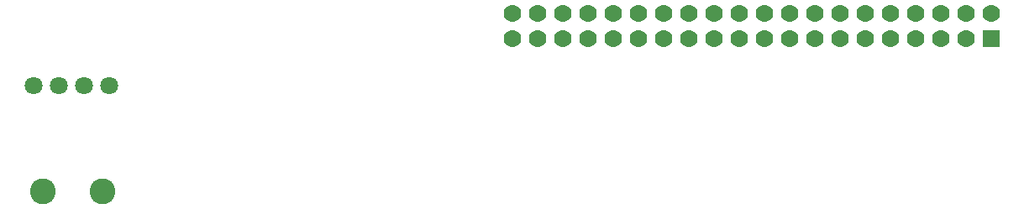
<source format=gbs>
G04 Layer: BottomSolderMaskLayer*
G04 EasyEDA v6.5.34, 2023-10-03 12:26:18*
G04 78a80f753c6143bb8b8cf10a4e40b0e4,10*
G04 Gerber Generator version 0.2*
G04 Scale: 100 percent, Rotated: No, Reflected: No *
G04 Dimensions in millimeters *
G04 leading zeros omitted , absolute positions ,4 integer and 5 decimal *
%FSLAX45Y45*%
%MOMM*%

%AMMACRO1*1,1,$1,$2,$3*1,1,$1,$4,$5*1,1,$1,0-$2,0-$3*1,1,$1,0-$4,0-$5*20,1,$1,$2,$3,$4,$5,0*20,1,$1,$4,$5,0-$2,0-$3,0*20,1,$1,0-$2,0-$3,0-$4,0-$5,0*20,1,$1,0-$4,0-$5,$2,$3,0*4,1,4,$2,$3,$4,$5,0-$2,0-$3,0-$4,0-$5,$2,$3,0*%
%ADD10C,2.6000*%
%ADD11C,1.8032*%
%ADD12MACRO1,0.1016X-0.8325X0.8325X0.8325X0.8325*%
%ADD13C,1.7666*%

%LPD*%
D10*
G01*
X5021300Y-2057400D03*
G01*
X5621299Y-2057400D03*
D11*
G01*
X4927600Y-990600D03*
G01*
X5181600Y-990600D03*
G01*
X5435600Y-990600D03*
G01*
X5689600Y-990600D03*
D12*
G01*
X14579600Y-520700D03*
D13*
G01*
X14579600Y-266700D03*
G01*
X14325600Y-520700D03*
G01*
X14325600Y-266700D03*
G01*
X14071600Y-520700D03*
G01*
X14071600Y-266700D03*
G01*
X13817600Y-520700D03*
G01*
X13817600Y-266700D03*
G01*
X13563600Y-520700D03*
G01*
X13563600Y-266700D03*
G01*
X13309600Y-520700D03*
G01*
X13309600Y-266700D03*
G01*
X13055600Y-520700D03*
G01*
X13055600Y-266700D03*
G01*
X12801600Y-520700D03*
G01*
X12801600Y-266700D03*
G01*
X12547600Y-520700D03*
G01*
X12547600Y-266700D03*
G01*
X12293600Y-520700D03*
G01*
X12293600Y-266700D03*
G01*
X12039600Y-520700D03*
G01*
X12039600Y-266700D03*
G01*
X11785600Y-520700D03*
G01*
X11785600Y-266700D03*
G01*
X11531600Y-520700D03*
G01*
X11531600Y-266700D03*
G01*
X11277600Y-520700D03*
G01*
X11277600Y-266700D03*
G01*
X11023600Y-520700D03*
G01*
X11023600Y-266700D03*
G01*
X10769600Y-520700D03*
G01*
X10769600Y-266700D03*
G01*
X10515600Y-520700D03*
G01*
X10515600Y-266700D03*
G01*
X10261600Y-520700D03*
G01*
X10261600Y-266700D03*
G01*
X10007600Y-520700D03*
G01*
X10007600Y-266700D03*
G01*
X9753600Y-520700D03*
G01*
X9753600Y-266700D03*
M02*

</source>
